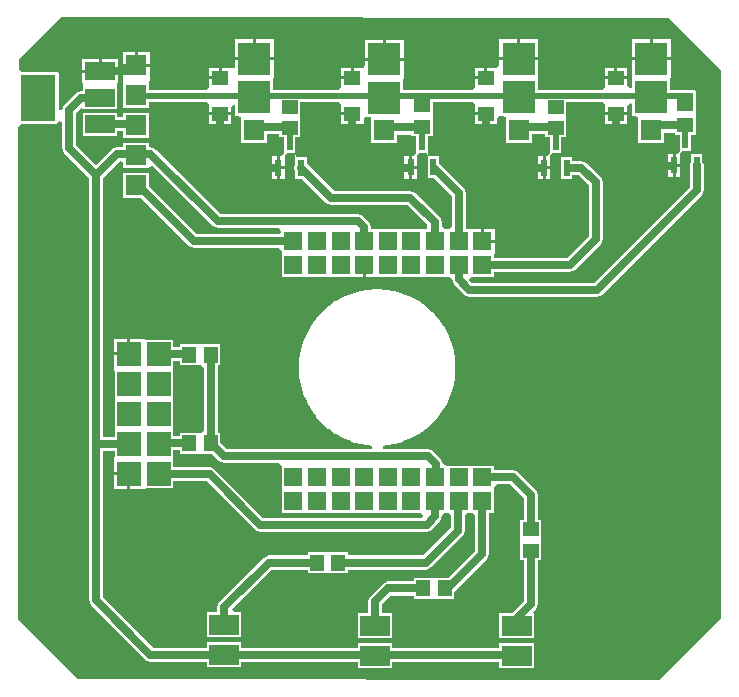
<source format=gbl>
G04 Layer_Physical_Order=2*
G04 Layer_Color=16711680*
%FSLAX44Y44*%
%MOMM*%
G71*
G01*
G75*
%ADD10R,1.2000X1.4000*%
%ADD11R,1.4000X1.2000*%
%ADD12R,0.5500X1.4500*%
%ADD13R,0.5500X1.4500*%
%ADD14R,2.5000X1.5000*%
%ADD15C,0.7000*%
%ADD16R,46.5000X0.6000*%
%ADD17R,2.5000X0.8000*%
%ADD18R,3.0000X4.0000*%
%ADD19R,2.5000X1.7000*%
%ADD20R,2.0000X2.0000*%
%ADD21R,2.8000X2.8000*%
%ADD22R,1.8000X1.8000*%
%ADD23R,1.6000X1.6000*%
G36*
X932460Y873300D02*
X932460Y871835D01*
Y866030D01*
X942000D01*
Y864760D01*
X943270D01*
Y856220D01*
X951540D01*
Y861700D01*
X954002Y863000D01*
X954540Y863000D01*
X956209D01*
X959002Y862500D01*
X959002Y860000D01*
Y840500D01*
X981002D01*
Y847835D01*
X992000D01*
Y845000D01*
X996250D01*
Y833553D01*
X996250Y832122D01*
X996250Y831418D01*
X994550Y829122D01*
X993638Y829122D01*
X992618D01*
Y820602D01*
X996638D01*
Y826987D01*
X996638Y828418D01*
X996638Y829122D01*
X998338Y831418D01*
X999250Y831418D01*
X1005552D01*
X1005750Y828500D01*
X1005750Y828418D01*
Y810000D01*
X1015250D01*
Y813297D01*
X1020284D01*
X1029047Y804534D01*
Y761466D01*
X1010534Y742953D01*
X949000D01*
Y746460D01*
X949540D01*
Y755730D01*
X939000D01*
Y757000D01*
X937730D01*
Y767540D01*
X928460D01*
Y767000D01*
X924953D01*
Y798150D01*
X923210Y802359D01*
X903285Y822284D01*
X902250Y822713D01*
Y828900D01*
X892948D01*
X892750Y831818D01*
X892750Y831885D01*
Y846000D01*
X897000D01*
Y861000D01*
X897000Y864000D01*
X897000Y865000D01*
Y874835D01*
X930096D01*
X932460Y873300D01*
D02*
G37*
G36*
X1042460Y873300D02*
X1042460Y871835D01*
Y866030D01*
X1052000D01*
X1061540D01*
Y871835D01*
X1064387Y873669D01*
X1066002Y872994D01*
Y863000D01*
X1068209D01*
X1071002Y862500D01*
X1071002Y860000D01*
Y840500D01*
X1093001D01*
Y848835D01*
X1102000D01*
Y847000D01*
X1106250D01*
Y835553D01*
X1106250Y834122D01*
X1106250Y833418D01*
X1104550Y831122D01*
X1103638Y831122D01*
X1102618D01*
Y822602D01*
X1106638D01*
Y828987D01*
X1106638Y830418D01*
X1106638Y831122D01*
X1108338Y833418D01*
X1109250Y833418D01*
X1115552D01*
X1115750Y830500D01*
X1115750Y830418D01*
Y824155D01*
X1114547Y821250D01*
Y802966D01*
X1033534Y721953D01*
X930466D01*
X928008Y724411D01*
X929662Y727000D01*
X949000D01*
Y731047D01*
X1013000D01*
X1017209Y732791D01*
X1039210Y754790D01*
X1040953Y759000D01*
Y807000D01*
X1039210Y811209D01*
X1026960Y823459D01*
X1022750Y825203D01*
X1015250D01*
Y828500D01*
X1005948D01*
X1005750Y831418D01*
X1005750Y831485D01*
Y845000D01*
X1010000D01*
Y860000D01*
X1010000Y863000D01*
X1010000Y864000D01*
Y874835D01*
X1040096D01*
X1042460Y873300D01*
D02*
G37*
G36*
X819460Y873300D02*
X819460Y871835D01*
Y866030D01*
X829000D01*
Y864760D01*
X830270D01*
Y856220D01*
X838540D01*
Y860005D01*
X840002Y862400D01*
X842209Y862400D01*
X845002Y861900D01*
X845002Y859400D01*
Y839900D01*
X867002D01*
Y847235D01*
X879000D01*
Y846000D01*
X883250D01*
Y833953D01*
X883250Y832522D01*
X883250Y831818D01*
X881550Y829522D01*
X880638Y829522D01*
X879618D01*
Y821002D01*
X883638D01*
Y827387D01*
X883638Y828818D01*
X883638Y829522D01*
X885338Y831818D01*
X886250Y831818D01*
X892552D01*
X892750Y828900D01*
X892750Y828818D01*
Y810400D01*
X898331D01*
X913047Y795684D01*
Y769121D01*
X910926Y767000D01*
X909000Y767000D01*
X907075D01*
X904953Y769121D01*
Y773000D01*
X903210Y777209D01*
X882209Y798210D01*
X878000Y799953D01*
X813216D01*
X790250Y822919D01*
Y828500D01*
X780948D01*
X780750Y831418D01*
X780750Y831485D01*
Y845000D01*
X785000D01*
Y860000D01*
X785000Y863000D01*
X785000Y864000D01*
Y874835D01*
X817096D01*
X819460Y873300D01*
D02*
G37*
G36*
X1097267Y946314D02*
X1141267Y902314D01*
Y438267D01*
X1088183Y385183D01*
X597000Y386000D01*
X545519Y437481D01*
X546213Y853828D01*
X548000Y856335D01*
X578000D01*
X579531Y856969D01*
X580165Y858500D01*
X583047Y858215D01*
Y836000D01*
X584790Y831790D01*
X606047Y810534D01*
Y585400D01*
Y453000D01*
X607790Y448791D01*
X653791Y402790D01*
X658000Y401047D01*
X705500D01*
Y396500D01*
X734500D01*
Y401047D01*
X833500D01*
Y395500D01*
X862500D01*
Y401047D01*
X953500D01*
Y395500D01*
X982500D01*
Y416500D01*
X953500D01*
Y412953D01*
X862500D01*
Y416500D01*
X833500D01*
Y412953D01*
X734500D01*
Y417500D01*
X705500D01*
Y412953D01*
X660466D01*
X617953Y455466D01*
Y579447D01*
X627600D01*
Y575316D01*
X627060Y572540D01*
X627060Y570624D01*
Y561270D01*
X639600D01*
Y560000D01*
X640870D01*
Y547460D01*
X650224D01*
X652140Y547460D01*
X654916Y548000D01*
X677000D01*
Y554047D01*
X705534D01*
X746790Y512790D01*
X751000Y511047D01*
X751000Y511047D01*
X892000D01*
X896209Y512790D01*
X903210Y519790D01*
X904953Y524000D01*
X904953Y524000D01*
Y524879D01*
X907075Y527000D01*
X909926D01*
X912047Y524879D01*
Y514466D01*
X888534Y490953D01*
X861000D01*
X861000Y490953D01*
X825000D01*
Y494000D01*
X810000D01*
X807000Y494000D01*
X806000Y494000D01*
X791000D01*
Y490953D01*
X758000D01*
X753791Y489210D01*
X715790Y451209D01*
X714047Y447000D01*
Y442900D01*
X705500D01*
Y421900D01*
X734500D01*
Y442900D01*
X728562D01*
X727319Y445900D01*
X760466Y479047D01*
X791000D01*
Y476000D01*
X806000D01*
X809000Y476000D01*
X810000Y476000D01*
X825000D01*
Y479047D01*
X860000D01*
X860000Y479047D01*
X891000D01*
X895210Y480790D01*
X922209Y507790D01*
X923953Y512000D01*
Y524879D01*
X926075Y527000D01*
X928974Y527000D01*
X930926Y527000D01*
X933047Y524879D01*
Y494466D01*
X910581Y472000D01*
X900000D01*
X897000Y472000D01*
X896000Y472000D01*
X881000D01*
Y468953D01*
X859000D01*
X854790Y467210D01*
X843791Y456209D01*
X842047Y452000D01*
Y441900D01*
X833500D01*
Y420900D01*
X862500D01*
Y441900D01*
X853953D01*
Y449534D01*
X861466Y457047D01*
X881000D01*
Y454000D01*
X896000D01*
X899000Y454000D01*
X900000Y454000D01*
X915000D01*
Y459581D01*
X943210Y487790D01*
X944953Y492000D01*
Y527000D01*
X949000D01*
Y544000D01*
X949000Y547000D01*
Y548926D01*
X951121Y551047D01*
X962534D01*
X974047Y539534D01*
Y521000D01*
X971000D01*
Y506000D01*
X971000Y503000D01*
X971000Y502000D01*
Y487000D01*
X974047D01*
Y452466D01*
X963791Y442210D01*
X963662Y441900D01*
X953500D01*
Y420900D01*
X982500D01*
Y441900D01*
X982500D01*
X981861Y443442D01*
X984210Y445790D01*
X985953Y450000D01*
Y487000D01*
X989000D01*
Y502000D01*
X989000Y505000D01*
X989000Y506000D01*
Y521000D01*
X985953D01*
Y542000D01*
X984210Y546209D01*
X969210Y561209D01*
X965000Y562953D01*
X949000D01*
Y567000D01*
X932000D01*
X929000Y567000D01*
X926000Y567000D01*
X912000D01*
X908725Y567000D01*
X905953Y568000D01*
X904210Y572210D01*
X897209Y579210D01*
X893000Y580953D01*
X854598D01*
X854514Y583953D01*
X857302Y584110D01*
X857418Y584165D01*
X857543Y584137D01*
X864633Y585342D01*
X864742Y585410D01*
X864870Y585396D01*
X871781Y587387D01*
X871881Y587467D01*
X872010D01*
X878654Y590219D01*
X878745Y590310D01*
X878873Y590324D01*
X885167Y593803D01*
X885248Y593904D01*
X885373Y593932D01*
X891238Y598094D01*
X891307Y598203D01*
X891428Y598245D01*
X896791Y603038D01*
X896847Y603153D01*
X896962Y603209D01*
X901755Y608572D01*
X901797Y608693D01*
X901906Y608762D01*
X906068Y614627D01*
X906096Y614752D01*
X906197Y614832D01*
X909676Y621127D01*
X909690Y621255D01*
X909781Y621346D01*
X912533Y627990D01*
Y628119D01*
X912613Y628219D01*
X914604Y635130D01*
X914590Y635258D01*
X914658Y635367D01*
X915863Y642457D01*
X915835Y642582D01*
X915890Y642698D01*
X916193Y648082D01*
X916171Y648143D01*
X916196Y648204D01*
Y651796D01*
X916171Y651857D01*
X916193Y651918D01*
X915890Y657302D01*
X915835Y657418D01*
X915863Y657543D01*
X914658Y664633D01*
X914590Y664742D01*
X914604Y664870D01*
X912613Y671781D01*
X912533Y671881D01*
Y672010D01*
X909781Y678654D01*
X909690Y678745D01*
X909676Y678873D01*
X906197Y685167D01*
X906096Y685248D01*
X906068Y685373D01*
X901906Y691238D01*
X901797Y691307D01*
X901755Y691428D01*
X896962Y696791D01*
X896847Y696847D01*
X896791Y696962D01*
X891428Y701755D01*
X891307Y701797D01*
X891238Y701906D01*
X885373Y706068D01*
X885248Y706096D01*
X885167Y706197D01*
X878873Y709676D01*
X878745Y709690D01*
X878654Y709781D01*
X872010Y712533D01*
X871881D01*
X871781Y712613D01*
X864870Y714604D01*
X864742Y714590D01*
X864633Y714658D01*
X857543Y715863D01*
X857418Y715835D01*
X857302Y715890D01*
X851918Y716193D01*
X851857Y716171D01*
X851796Y716196D01*
X848204D01*
X848143Y716171D01*
X848082Y716193D01*
X842698Y715890D01*
X842582Y715835D01*
X842457Y715863D01*
X835367Y714658D01*
X835258Y714590D01*
X835130Y714604D01*
X828219Y712613D01*
X828119Y712533D01*
X827990D01*
X821346Y709781D01*
X821255Y709690D01*
X821127Y709676D01*
X814833Y706197D01*
X814752Y706096D01*
X814627Y706068D01*
X808762Y701906D01*
X808693Y701797D01*
X808572Y701755D01*
X803209Y696962D01*
X803153Y696847D01*
X803038Y696791D01*
X798245Y691428D01*
X798203Y691307D01*
X798094Y691238D01*
X793932Y685373D01*
X793904Y685248D01*
X793803Y685167D01*
X790324Y678873D01*
X790310Y678745D01*
X790219Y678654D01*
X787467Y672010D01*
Y671881D01*
X787387Y671781D01*
X785396Y664870D01*
X785410Y664742D01*
X785342Y664633D01*
X784137Y657543D01*
X784165Y657418D01*
X784110Y657302D01*
X783807Y651918D01*
X783829Y651857D01*
X783804Y651796D01*
Y648204D01*
X783829Y648143D01*
X783807Y648082D01*
X784110Y642698D01*
X784165Y642582D01*
X784137Y642457D01*
X785342Y635367D01*
X785410Y635258D01*
X785396Y635130D01*
X787387Y628219D01*
X787467Y628119D01*
Y627990D01*
X790219Y621346D01*
X790310Y621255D01*
X790324Y621127D01*
X793803Y614832D01*
X793904Y614752D01*
X793932Y614627D01*
X798094Y608762D01*
X798203Y608693D01*
X798245Y608572D01*
X803038Y603209D01*
X803153Y603153D01*
X803209Y603038D01*
X808572Y598245D01*
X808693Y598203D01*
X808762Y598094D01*
X814627Y593932D01*
X814752Y593904D01*
X814833Y593803D01*
X821127Y590324D01*
X821255Y590310D01*
X821346Y590219D01*
X827990Y587467D01*
X828119D01*
X828219Y587387D01*
X835130Y585396D01*
X835258Y585410D01*
X835367Y585342D01*
X842457Y584137D01*
X842582Y584165D01*
X842698Y584110D01*
X845486Y583953D01*
X845402Y580953D01*
X722466D01*
X717000Y586419D01*
Y595000D01*
X714953D01*
Y652000D01*
X717000D01*
Y670000D01*
X702000D01*
X699000Y670000D01*
X698000Y670000D01*
X683000D01*
Y667553D01*
X677000D01*
Y673600D01*
X654916D01*
X652140Y674140D01*
X650224Y674140D01*
X640870D01*
Y661600D01*
X639600D01*
Y660330D01*
X627060D01*
Y650976D01*
X627060Y649060D01*
X627600Y646284D01*
Y625800D01*
X627600Y624200D01*
X627600Y621200D01*
Y600400D01*
X627600Y598800D01*
X627600Y595800D01*
Y591353D01*
X617953D01*
Y810534D01*
X632000Y824581D01*
X635000Y823922D01*
Y818600D01*
X657000D01*
Y819661D01*
X659772Y820809D01*
X710790Y769790D01*
X715000Y768047D01*
X766434D01*
X767693Y767533D01*
X768149Y764224D01*
X766879Y762953D01*
X697466D01*
X657000Y803419D01*
Y815200D01*
X635000D01*
Y793200D01*
X650381D01*
X690790Y752791D01*
X695000Y751047D01*
X766879D01*
X769000Y748925D01*
Y747000D01*
X769000Y744000D01*
Y727000D01*
X786000D01*
X789000Y727000D01*
X792000Y727000D01*
X806000D01*
X809000Y727000D01*
X812000Y727000D01*
X828460D01*
Y726460D01*
X837730D01*
Y737000D01*
X840270D01*
Y726460D01*
X849540D01*
Y727000D01*
X866000D01*
X869000Y727000D01*
X872000Y727000D01*
X886000D01*
X889000Y727000D01*
X892000Y727000D01*
X906000D01*
X909000Y727000D01*
X911047Y727000D01*
X913047Y725000D01*
X914790Y720790D01*
X923791Y711790D01*
X928000Y710047D01*
X1036000D01*
X1040210Y711790D01*
X1124709Y796291D01*
X1126453Y800500D01*
Y821250D01*
X1125250Y824155D01*
Y830500D01*
X1115948D01*
X1115750Y833418D01*
X1115750Y833485D01*
Y847000D01*
X1120000D01*
Y862000D01*
X1120000Y865000D01*
X1120000Y866000D01*
Y876602D01*
X1120165Y877000D01*
Y883000D01*
X1119531Y884531D01*
X1118000Y885165D01*
X1098002D01*
Y894960D01*
X1098542D01*
Y910230D01*
X1082002D01*
X1065462D01*
Y894960D01*
X1066002D01*
Y887006D01*
X1064387Y886331D01*
X1061540Y888165D01*
Y893970D01*
X1052000D01*
Y895240D01*
D01*
Y893970D01*
X1042460D01*
Y888165D01*
X1042460Y886700D01*
X1040096Y885165D01*
X986002D01*
Y894960D01*
X986542D01*
Y910230D01*
X970002D01*
X953462D01*
Y905984D01*
X951540Y903780D01*
X950462Y903780D01*
X943270D01*
Y895240D01*
X942000D01*
Y893970D01*
X932460D01*
Y888165D01*
X932460Y886700D01*
X930096Y885165D01*
X872002D01*
Y894360D01*
X872542D01*
Y909630D01*
X856002D01*
X839462D01*
Y906398D01*
X838540Y903780D01*
X836462Y903780D01*
X830270D01*
Y895240D01*
X829000D01*
Y893970D01*
X819460D01*
Y888165D01*
X819460Y886700D01*
X817096Y885165D01*
X762000D01*
Y894960D01*
X762540D01*
Y910230D01*
X746000D01*
Y911500D01*
D01*
Y910230D01*
X729460D01*
Y903973D01*
X726540Y903780D01*
X726460Y903780D01*
X718270D01*
Y895240D01*
X717000D01*
Y893970D01*
X707460D01*
Y888165D01*
X707460Y886700D01*
X705096Y885165D01*
X657000D01*
Y891260D01*
X657000Y891400D01*
X657338Y894260D01*
X657540D01*
Y904530D01*
X646000D01*
X634460D01*
Y894260D01*
X634662D01*
X635000Y891400D01*
X635000Y891260D01*
Y869400D01*
X657000D01*
Y874835D01*
X705096D01*
X707460Y873300D01*
X707460Y871835D01*
Y866030D01*
X717000D01*
X726540D01*
Y870435D01*
X729084Y872161D01*
X729540Y872219D01*
X730000Y871970D01*
Y863000D01*
X732207D01*
X735000Y862500D01*
X735000Y860000D01*
Y840500D01*
X757000D01*
Y847835D01*
X767000D01*
Y845000D01*
X771250D01*
Y833553D01*
X771250Y832122D01*
X771250Y831418D01*
X769550Y829122D01*
X768638Y829122D01*
X767618D01*
Y820602D01*
X771638D01*
Y826987D01*
X771638Y828418D01*
X771638Y829122D01*
X773338Y831418D01*
X774250Y831418D01*
X780552D01*
X780750Y828500D01*
X780750Y828418D01*
Y822155D01*
X779547Y819250D01*
X780750Y816345D01*
Y810000D01*
X786331D01*
X806541Y789790D01*
X810750Y788047D01*
X875534D01*
X891925Y771656D01*
X891925Y767999D01*
X890926Y767000D01*
X889000D01*
X886000Y767000D01*
X872000D01*
X869000Y767000D01*
X866000Y767000D01*
X852000D01*
X849000Y767000D01*
Y767000D01*
X849000D01*
Y767000D01*
X844953D01*
Y769000D01*
X843210Y773210D01*
X838210Y778210D01*
X834000Y779953D01*
X717466D01*
X662209Y835210D01*
X658000Y836953D01*
X657000D01*
Y840600D01*
X635000D01*
Y836953D01*
X630000D01*
X625790Y835210D01*
X612000Y821419D01*
X594953Y838466D01*
Y865534D01*
X599175Y869756D01*
X601000Y869000D01*
Y869000D01*
X630000D01*
Y887960D01*
X630000Y888000D01*
X630097Y890960D01*
X630540D01*
Y899730D01*
X615500D01*
X600460D01*
Y890960D01*
X600904D01*
X601000Y888000D01*
X601000Y887960D01*
Y884453D01*
X599500D01*
X595290Y882710D01*
X584790Y872209D01*
X583047Y868000D01*
X580165Y868285D01*
Y898500D01*
X579531Y900031D01*
X578000Y900665D01*
X549291D01*
X546637Y902697D01*
X546295Y903206D01*
X546308Y910816D01*
X581958Y947178D01*
X1097267Y946314D01*
D02*
G37*
G36*
X683000Y577000D02*
X698000D01*
X701000Y577000D01*
X702000Y577000D01*
X709581D01*
X715790Y570790D01*
X720000Y569047D01*
X766848D01*
X769000Y567000D01*
X769000Y566047D01*
Y550000D01*
X769000Y547000D01*
X769000Y544000D01*
Y527000D01*
X786000D01*
X789000Y527000D01*
X792000Y527000D01*
X806000D01*
X809000Y527000D01*
X812000Y527000D01*
X826000D01*
X829000Y527000D01*
X832000Y527000D01*
X846000D01*
X848502Y527000D01*
X852000Y527000D01*
X866000D01*
X869000Y527000D01*
X872000Y527000D01*
X886968Y527000D01*
X888514Y524000D01*
X887767Y522953D01*
X753466D01*
X712209Y564210D01*
X708000Y565953D01*
X677000D01*
X677000Y572000D01*
X677000Y575000D01*
Y580047D01*
X683000D01*
Y577000D01*
D02*
G37*
G36*
X683000Y652000D02*
X698000D01*
X701000Y652000D01*
X703047Y649434D01*
Y597121D01*
X700926Y595000D01*
X699000D01*
X698000Y595000D01*
X683000D01*
Y591953D01*
X677000D01*
X677000Y597400D01*
X677000Y600400D01*
Y621200D01*
X677000Y622800D01*
X677000Y625800D01*
Y646600D01*
X677000Y648200D01*
X677000Y651200D01*
Y655647D01*
X683000D01*
Y652000D01*
D02*
G37*
%LPC*%
G36*
X765078Y829122D02*
X761058D01*
Y820602D01*
X765078D01*
Y829122D01*
D02*
G37*
G36*
X883638Y818462D02*
X879618D01*
Y809942D01*
X883638D01*
Y818462D01*
D02*
G37*
G36*
X1100078Y820062D02*
X1096058D01*
Y811542D01*
X1100078D01*
Y820062D01*
D02*
G37*
G36*
X1106638D02*
X1102618D01*
Y811542D01*
X1106638D01*
Y820062D01*
D02*
G37*
G36*
X1100078Y831122D02*
X1096058D01*
Y822602D01*
X1100078D01*
Y831122D01*
D02*
G37*
G36*
X715730Y863490D02*
X707460D01*
Y856220D01*
X715730D01*
Y863490D01*
D02*
G37*
G36*
X990078Y829122D02*
X986058D01*
Y820602D01*
X990078D01*
Y829122D01*
D02*
G37*
G36*
X877078Y829522D02*
X873058D01*
Y821002D01*
X877078D01*
Y829522D01*
D02*
G37*
G36*
X949540Y767540D02*
X940270D01*
Y758270D01*
X949540D01*
Y767540D01*
D02*
G37*
G36*
X765078Y818062D02*
X761058D01*
Y809542D01*
X765078D01*
Y818062D01*
D02*
G37*
G36*
X638330Y558730D02*
X627060D01*
Y547460D01*
X638330D01*
Y558730D01*
D02*
G37*
G36*
Y674140D02*
X627060D01*
Y662870D01*
X638330D01*
Y674140D01*
D02*
G37*
G36*
X996638Y818062D02*
X992618D01*
Y809542D01*
X996638D01*
Y818062D01*
D02*
G37*
G36*
X877078Y818462D02*
X873058D01*
Y809942D01*
X877078D01*
Y818462D01*
D02*
G37*
G36*
X771638Y818062D02*
X767618D01*
Y809542D01*
X771638D01*
Y818062D01*
D02*
G37*
G36*
X990078D02*
X986058D01*
Y809542D01*
X990078D01*
Y818062D01*
D02*
G37*
G36*
X726540Y863490D02*
X718270D01*
Y856220D01*
X726540D01*
Y863490D01*
D02*
G37*
G36*
X854732Y927440D02*
X839462D01*
Y912170D01*
X854732D01*
Y927440D01*
D02*
G37*
G36*
X872542D02*
X857272D01*
Y912170D01*
X872542D01*
Y927440D01*
D02*
G37*
G36*
X657540Y917340D02*
X647270D01*
Y907070D01*
X657540D01*
Y917340D01*
D02*
G37*
G36*
X630540Y911040D02*
X616770D01*
Y902270D01*
X630540D01*
Y911040D01*
D02*
G37*
G36*
X644730Y917340D02*
X634460D01*
Y907070D01*
X644730D01*
Y917340D01*
D02*
G37*
G36*
X968732Y928040D02*
X953462D01*
Y912770D01*
X968732D01*
Y928040D01*
D02*
G37*
G36*
X744730D02*
X729460D01*
Y912770D01*
X744730D01*
Y928040D01*
D02*
G37*
G36*
X762540D02*
X747270D01*
Y912770D01*
X762540D01*
Y928040D01*
D02*
G37*
G36*
X986542D02*
X971272D01*
Y912770D01*
X986542D01*
Y928040D01*
D02*
G37*
G36*
X1080732Y928040D02*
X1065462D01*
Y912770D01*
X1080732D01*
Y928040D01*
D02*
G37*
G36*
X1098542D02*
X1083272D01*
Y912770D01*
X1098542D01*
Y928040D01*
D02*
G37*
G36*
X1061540Y863490D02*
X1053270D01*
Y856220D01*
X1061540D01*
Y863490D01*
D02*
G37*
G36*
X657000Y866000D02*
X635000D01*
Y861953D01*
X630000D01*
Y865500D01*
X601000D01*
Y846500D01*
X630000D01*
Y850047D01*
X635000D01*
Y844000D01*
X657000D01*
Y866000D01*
D02*
G37*
G36*
X1050730Y863490D02*
X1042460D01*
Y856220D01*
X1050730D01*
Y863490D01*
D02*
G37*
G36*
X827730Y863490D02*
X819460D01*
Y856220D01*
X827730D01*
Y863490D01*
D02*
G37*
G36*
X940730D02*
X932460D01*
Y856220D01*
X940730D01*
Y863490D01*
D02*
G37*
G36*
X827730Y903780D02*
X819460D01*
Y896510D01*
X827730D01*
Y903780D01*
D02*
G37*
G36*
X1061540Y903780D02*
X1053270D01*
Y896510D01*
X1061540D01*
Y903780D01*
D02*
G37*
G36*
X614230Y911040D02*
X600460D01*
Y902270D01*
X614230D01*
Y911040D01*
D02*
G37*
G36*
X1050730Y903780D02*
X1042460D01*
Y896510D01*
X1050730D01*
Y903780D01*
D02*
G37*
G36*
X940730Y903780D02*
X932460D01*
Y896510D01*
X940730D01*
Y903780D01*
D02*
G37*
G36*
X715730D02*
X707460D01*
Y896510D01*
X715730D01*
Y903780D01*
D02*
G37*
%LPD*%
D10*
X799000Y485000D02*
D03*
X817000D02*
D03*
X889000Y463000D02*
D03*
X907000D02*
D03*
X709000Y661000D02*
D03*
X691000D02*
D03*
X691000Y586000D02*
D03*
X709000D02*
D03*
D11*
X980000Y495000D02*
D03*
Y513000D02*
D03*
X776000Y871000D02*
D03*
Y853000D02*
D03*
X888000Y872000D02*
D03*
Y854000D02*
D03*
X1001000Y871000D02*
D03*
Y853000D02*
D03*
X1111000Y873000D02*
D03*
Y855000D02*
D03*
X717000Y864760D02*
D03*
Y895240D02*
D03*
X829000Y864760D02*
D03*
Y895240D02*
D03*
X942000Y864760D02*
D03*
Y895240D02*
D03*
X1052000Y864760D02*
D03*
Y895240D02*
D03*
D12*
X785500Y819250D02*
D03*
X897500Y819650D02*
D03*
X1010500Y819250D02*
D03*
X1120500Y821250D02*
D03*
D13*
X766348Y819332D02*
D03*
X776000Y840668D02*
D03*
X878348Y819732D02*
D03*
X888000Y841068D02*
D03*
X991348Y819332D02*
D03*
X1001000Y840668D02*
D03*
X1101348Y821332D02*
D03*
X1111000Y842668D02*
D03*
D14*
X615500Y856000D02*
D03*
Y878500D02*
D03*
Y901000D02*
D03*
D15*
X720000Y431400D02*
Y447000D01*
X758000Y485000D01*
X800000D01*
X907000Y463000D02*
X910000D01*
X968000Y438000D02*
X980000Y450000D01*
X612000Y453000D02*
Y585400D01*
Y453000D02*
X658000Y407000D01*
X969000D01*
X665600Y586000D02*
X691000D01*
X665000Y661600D02*
X690400D01*
X665000Y560000D02*
X708000D01*
X709000Y586000D02*
Y661000D01*
X612000Y585400D02*
X639600D01*
X829000Y843400D02*
X853668Y818732D01*
X829000Y843400D02*
Y863160D01*
X853668Y818732D02*
X876000D01*
X1013000Y819250D02*
X1022750D01*
X1120500Y800500D02*
Y821250D01*
X1052000Y845000D02*
Y863000D01*
Y845000D02*
X1076668Y820332D01*
X1099000D01*
X942000Y844000D02*
Y863760D01*
Y844000D02*
X966668Y819332D01*
X989000D01*
X741668D02*
X764000D01*
X717000Y844000D02*
X741668Y819332D01*
X717000Y844000D02*
Y863760D01*
X630000Y831000D02*
X658000D01*
X612000Y813000D02*
X630000Y831000D01*
X612000Y585400D02*
Y813000D01*
X589000Y836000D02*
X612000Y813000D01*
X589000Y836000D02*
Y868000D01*
X599500Y878500D01*
X615500D01*
Y901000D02*
X641200D01*
X615500Y856000D02*
X645000D01*
X899000Y524000D02*
Y537000D01*
X709000Y586000D02*
X720000Y575000D01*
X708000Y560000D02*
X751000Y517000D01*
X892000D01*
X899000Y524000D01*
X720000Y575000D02*
X893000D01*
X900000Y568000D01*
Y563000D02*
Y568000D01*
X817000Y485000D02*
X861000D01*
X891000Y485000D02*
X918000Y512000D01*
Y537000D01*
X848000Y431400D02*
Y452000D01*
X980000Y450000D02*
Y496000D01*
X860000Y485000D02*
X891000D01*
X848000Y452000D02*
X859000Y463000D01*
X890000D01*
X910000D02*
X939000Y492000D01*
Y537000D01*
Y557000D02*
X965000D01*
X980000Y542000D01*
Y513000D02*
Y542000D01*
X899075Y818075D02*
X919000Y798150D01*
Y757000D02*
Y798150D01*
X839000Y757000D02*
Y769000D01*
X658000Y831000D02*
X715000Y774000D01*
X834000D01*
X839000Y769000D01*
X1022750Y819250D02*
X1035000Y807000D01*
Y759000D02*
Y807000D01*
X649000Y803000D02*
X695000Y757000D01*
X779000D01*
X1013000Y737000D02*
X1035000Y759000D01*
X939000Y737000D02*
X1013000D01*
X1036000Y716000D02*
X1120500Y800500D01*
X928000Y716000D02*
X1036000D01*
X919000Y725000D02*
X928000Y716000D01*
X919000Y725000D02*
Y737000D01*
X899000Y757000D02*
Y773000D01*
X785500Y819250D02*
X810750Y794000D01*
X878000D01*
X899000Y773000D01*
D16*
X885500Y880000D02*
D03*
D17*
X1094500Y855000D02*
D03*
X984500Y854000D02*
D03*
X871500Y853400D02*
D03*
X759500Y854000D02*
D03*
D18*
X563000Y878500D02*
D03*
D19*
X720000Y407000D02*
D03*
Y432400D02*
D03*
X848000Y406000D02*
D03*
Y431400D02*
D03*
X968000Y406000D02*
D03*
Y431400D02*
D03*
D20*
X665000Y560000D02*
D03*
X639600D02*
D03*
X665000Y585400D02*
D03*
X639600D02*
D03*
X665000Y610800D02*
D03*
X639600D02*
D03*
X665000Y636200D02*
D03*
X639600D02*
D03*
X665000Y661600D02*
D03*
X639600D02*
D03*
D21*
X746000Y911500D02*
D03*
Y879000D02*
D03*
X856002Y910900D02*
D03*
Y878400D02*
D03*
X970002Y911500D02*
D03*
Y879000D02*
D03*
X1082002Y911500D02*
D03*
Y879000D02*
D03*
D22*
X746000Y851500D02*
D03*
X856002Y850900D02*
D03*
X970002Y851500D02*
D03*
X1082002Y851500D02*
D03*
X646000Y804200D02*
D03*
Y829600D02*
D03*
Y855000D02*
D03*
Y880400D02*
D03*
Y905800D02*
D03*
D23*
X939000Y737000D02*
D03*
Y757000D02*
D03*
X919000Y757000D02*
D03*
Y737000D02*
D03*
X899000Y757000D02*
D03*
Y737000D02*
D03*
X879000Y757000D02*
D03*
Y737000D02*
D03*
X859000Y757000D02*
D03*
Y737000D02*
D03*
X839000Y757000D02*
D03*
Y737000D02*
D03*
X819000Y757000D02*
D03*
Y737000D02*
D03*
X799000Y757000D02*
D03*
Y737000D02*
D03*
X779000Y757000D02*
D03*
Y737000D02*
D03*
X939000Y537000D02*
D03*
Y557000D02*
D03*
X779000Y537000D02*
D03*
Y557000D02*
D03*
X799000Y537000D02*
D03*
Y557000D02*
D03*
X819000Y537000D02*
D03*
Y557000D02*
D03*
X839000Y537000D02*
D03*
Y557000D02*
D03*
X859000Y537000D02*
D03*
Y557000D02*
D03*
X879000Y537000D02*
D03*
Y557000D02*
D03*
X899000Y537000D02*
D03*
Y557000D02*
D03*
X919000Y557000D02*
D03*
Y537000D02*
D03*
M02*

</source>
